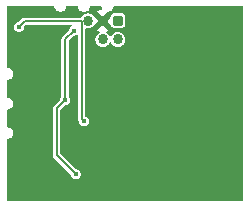
<source format=gbl>
%TF.GenerationSoftware,KiCad,Pcbnew,9.0.0*%
%TF.CreationDate,2025-09-23T13:08:56+01:00*%
%TF.ProjectId,ASCII_gerbersockets_test,41534349-495f-4676-9572-626572736f63,v0.3*%
%TF.SameCoordinates,PX501bd00PY47868c0*%
%TF.FileFunction,Copper,L2,Bot*%
%TF.FilePolarity,Positive*%
%FSLAX46Y46*%
G04 Gerber Fmt 4.6, Leading zero omitted, Abs format (unit mm)*
G04 Created by KiCad (PCBNEW 9.0.0) date 2025-09-23 13:08:56*
%MOMM*%
%LPD*%
G01*
G04 APERTURE LIST*
G04 Aperture macros list*
%AMRoundRect*
0 Rectangle with rounded corners*
0 $1 Rounding radius*
0 $2 $3 $4 $5 $6 $7 $8 $9 X,Y pos of 4 corners*
0 Add a 4 corners polygon primitive as box body*
4,1,4,$2,$3,$4,$5,$6,$7,$8,$9,$2,$3,0*
0 Add four circle primitives for the rounded corners*
1,1,$1+$1,$2,$3*
1,1,$1+$1,$4,$5*
1,1,$1+$1,$6,$7*
1,1,$1+$1,$8,$9*
0 Add four rect primitives between the rounded corners*
20,1,$1+$1,$2,$3,$4,$5,0*
20,1,$1+$1,$4,$5,$6,$7,0*
20,1,$1+$1,$6,$7,$8,$9,0*
20,1,$1+$1,$8,$9,$2,$3,0*%
G04 Aperture macros list end*
%TA.AperFunction,ComponentPad*%
%ADD10RoundRect,0.172720X-0.259080X-0.259080X0.259080X-0.259080X0.259080X0.259080X-0.259080X0.259080X0*%
%TD*%
%TA.AperFunction,ComponentPad*%
%ADD11C,0.863600*%
%TD*%
%TA.AperFunction,ViaPad*%
%ADD12C,0.450000*%
%TD*%
%TA.AperFunction,Conductor*%
%ADD13C,0.200000*%
%TD*%
G04 APERTURE END LIST*
D10*
%TO.P,J1,1,Vcc*%
%TO.N,+3V3*%
X3875000Y7000000D03*
D11*
%TO.P,J1,2,SWDIO*%
%TO.N,/SWDIO*%
X3875000Y5425200D03*
%TO.P,J1,3,GND*%
%TO.N,GND*%
X2605000Y7000000D03*
%TO.P,J1,4,SWDCLK*%
%TO.N,/SWCLK*%
X2605000Y5425200D03*
%TO.P,J1,5,~{RESET}*%
%TO.N,/nRESET*%
X1335000Y7000000D03*
%TD*%
D12*
%TO.N,GND*%
X-4000000Y2000000D03*
X2500000Y-4500000D03*
X-4000000Y-5750000D03*
X2250000Y-6750000D03*
X-4000000Y-2000000D03*
%TO.N,+3V3*%
X-600000Y300000D03*
X125000Y6158000D03*
X300000Y-6000000D03*
%TO.N,/nRESET*%
X1000000Y-1500000D03*
X-4500000Y6500000D03*
%TD*%
D13*
%TO.N,+3V3*%
X-1300000Y-4400000D02*
X-1300000Y-400000D01*
X-600000Y5433000D02*
X125000Y6158000D01*
X-1300000Y-400000D02*
X-600000Y300000D01*
X300000Y-6000000D02*
X-1300000Y-4400000D01*
X-600000Y300000D02*
X-600000Y5433000D01*
%TO.N,/nRESET*%
X830000Y-1330000D02*
X1000000Y-1500000D01*
X-4026100Y6973900D02*
X830000Y6973900D01*
X-4500000Y6500000D02*
X-4026100Y6973900D01*
X830000Y6973900D02*
X830000Y-1330000D01*
%TD*%
%TA.AperFunction,Conductor*%
%TO.N,GND*%
G36*
X-1516818Y8227826D02*
G01*
X-1497777Y8189208D01*
X-1496977Y8189422D01*
X-1495900Y8185403D01*
X-1495776Y8185151D01*
X-1495722Y8184737D01*
X-1461940Y8058658D01*
X-1396677Y7945619D01*
X-1304381Y7853323D01*
X-1191342Y7788060D01*
X-1065263Y7754278D01*
X-1065262Y7754278D01*
X-934738Y7754278D01*
X-934737Y7754278D01*
X-808658Y7788060D01*
X-695619Y7853323D01*
X-603323Y7945619D01*
X-538060Y8058658D01*
X-504278Y8184737D01*
X-504278Y8184745D01*
X-504224Y8185151D01*
X-504119Y8185335D01*
X-503023Y8189422D01*
X-501929Y8189129D01*
X-475910Y8234204D01*
X-430856Y8249500D01*
X430856Y8249500D01*
X483182Y8227826D01*
X502223Y8189208D01*
X503023Y8189422D01*
X504100Y8185403D01*
X504224Y8185151D01*
X504278Y8184737D01*
X538060Y8058658D01*
X603323Y7945619D01*
X695619Y7853323D01*
X808658Y7788060D01*
X934737Y7754278D01*
X934738Y7754278D01*
X1065262Y7754278D01*
X1065263Y7754278D01*
X1191342Y7788060D01*
X1304381Y7853323D01*
X1396677Y7945619D01*
X1461940Y8058658D01*
X1495722Y8184737D01*
X1495722Y8184745D01*
X1495776Y8185151D01*
X1495881Y8185335D01*
X1496977Y8189422D01*
X1498071Y8189129D01*
X1524090Y8234204D01*
X1569144Y8249500D01*
X2430856Y8249500D01*
X2483182Y8227826D01*
X2502223Y8189208D01*
X2503023Y8189422D01*
X2504100Y8185403D01*
X2504224Y8185151D01*
X2504278Y8184737D01*
X2538060Y8058658D01*
X2538062Y8058654D01*
X2549565Y8038730D01*
X2556957Y7982578D01*
X2522478Y7937645D01*
X2499916Y7929153D01*
X2333209Y7895994D01*
X2333203Y7895992D01*
X2163625Y7825750D01*
X2145148Y7813406D01*
X2605000Y7353554D01*
X2984051Y7732604D01*
X3036377Y7754278D01*
X3065262Y7754278D01*
X3065263Y7754278D01*
X3191342Y7788060D01*
X3304381Y7853323D01*
X3396677Y7945619D01*
X3461940Y8058658D01*
X3495722Y8184737D01*
X3495722Y8184745D01*
X3495776Y8185151D01*
X3495881Y8185335D01*
X3496977Y8189422D01*
X3498071Y8189129D01*
X3524090Y8234204D01*
X3569144Y8249500D01*
X14425500Y8249500D01*
X14477826Y8227826D01*
X14499500Y8175500D01*
X14499500Y-8175500D01*
X14477826Y-8227826D01*
X14425500Y-8249500D01*
X-5425500Y-8249500D01*
X-5477826Y-8227826D01*
X-5499500Y-8175500D01*
X-5499500Y-3069144D01*
X-5477826Y-3016818D01*
X-5439208Y-2997776D01*
X-5439422Y-2996977D01*
X-5435403Y-2995899D01*
X-5435151Y-2995776D01*
X-5434745Y-2995722D01*
X-5434737Y-2995722D01*
X-5308658Y-2961940D01*
X-5195619Y-2896677D01*
X-5103323Y-2804381D01*
X-5038060Y-2691342D01*
X-5004278Y-2565263D01*
X-5004278Y-2434737D01*
X-5038060Y-2308658D01*
X-5103323Y-2195619D01*
X-5195619Y-2103323D01*
X-5308658Y-2038060D01*
X-5434737Y-2004278D01*
X-5434744Y-2004276D01*
X-5435165Y-2004221D01*
X-5435351Y-2004113D01*
X-5439422Y-2003023D01*
X-5439130Y-2001931D01*
X-5484212Y-1975898D01*
X-5499500Y-1930855D01*
X-5499500Y-569144D01*
X-5477826Y-516818D01*
X-5439208Y-497776D01*
X-5439422Y-496977D01*
X-5435403Y-495899D01*
X-5435151Y-495776D01*
X-5434745Y-495722D01*
X-5434737Y-495722D01*
X-5308658Y-461940D01*
X-5195619Y-396677D01*
X-5103323Y-304381D01*
X-5038060Y-191342D01*
X-5004278Y-65263D01*
X-5004278Y65263D01*
X-5038060Y191342D01*
X-5103323Y304381D01*
X-5195619Y396677D01*
X-5308658Y461940D01*
X-5434737Y495722D01*
X-5434744Y495724D01*
X-5435165Y495779D01*
X-5435351Y495887D01*
X-5439422Y496977D01*
X-5439130Y498069D01*
X-5484212Y524102D01*
X-5499500Y569145D01*
X-5499500Y1930856D01*
X-5477826Y1983182D01*
X-5439208Y2002224D01*
X-5439422Y2003023D01*
X-5435403Y2004101D01*
X-5435151Y2004224D01*
X-5434745Y2004278D01*
X-5434737Y2004278D01*
X-5308658Y2038060D01*
X-5195619Y2103323D01*
X-5103323Y2195619D01*
X-5038060Y2308658D01*
X-5004278Y2434737D01*
X-5004278Y2565263D01*
X-5038060Y2691342D01*
X-5103323Y2804381D01*
X-5195619Y2896677D01*
X-5308658Y2961940D01*
X-5434737Y2995722D01*
X-5434744Y2995724D01*
X-5435165Y2995779D01*
X-5435351Y2995887D01*
X-5439422Y2996977D01*
X-5439130Y2998069D01*
X-5484212Y3024102D01*
X-5499500Y3069145D01*
X-5499500Y6556021D01*
X-4925500Y6556021D01*
X-4925500Y6443980D01*
X-4896505Y6335768D01*
X-4896501Y6335759D01*
X-4879216Y6305821D01*
X-4840485Y6238737D01*
X-4761263Y6159515D01*
X-4664237Y6103497D01*
X-4556021Y6074501D01*
X-4556020Y6074500D01*
X-4556018Y6074500D01*
X-4443980Y6074500D01*
X-4443980Y6074501D01*
X-4335763Y6103497D01*
X-4238737Y6159515D01*
X-4159515Y6238737D01*
X-4103497Y6335763D01*
X-4074501Y6443980D01*
X-4074500Y6443980D01*
X-4074500Y6469877D01*
X-4052826Y6522203D01*
X-3923303Y6651726D01*
X-3870977Y6673400D01*
X-109473Y6673400D01*
X-57147Y6651726D01*
X-35473Y6599400D01*
X-57147Y6547074D01*
X-72473Y6535314D01*
X-136264Y6498485D01*
X-215485Y6419264D01*
X-271501Y6322242D01*
X-271505Y6322233D01*
X-300500Y6214021D01*
X-300500Y6188123D01*
X-322174Y6135797D01*
X-840460Y5617512D01*
X-880021Y5548991D01*
X-880023Y5548986D01*
X-900500Y5472565D01*
X-900500Y631900D01*
X-922174Y579574D01*
X-940485Y561264D01*
X-996501Y464242D01*
X-996505Y464233D01*
X-1025500Y356021D01*
X-1025500Y330123D01*
X-1047174Y277797D01*
X-1540460Y-215488D01*
X-1580021Y-284009D01*
X-1580023Y-284014D01*
X-1600500Y-360435D01*
X-1600500Y-4439564D01*
X-1580023Y-4515985D01*
X-1580021Y-4515990D01*
X-1540460Y-4584511D01*
X-147174Y-5977797D01*
X-125500Y-6030123D01*
X-125500Y-6056020D01*
X-96505Y-6164232D01*
X-96504Y-6164235D01*
X-96503Y-6164237D01*
X-40485Y-6261263D01*
X38737Y-6340485D01*
X135763Y-6396503D01*
X243979Y-6425499D01*
X243980Y-6425500D01*
X243982Y-6425500D01*
X356020Y-6425500D01*
X356020Y-6425499D01*
X464237Y-6396503D01*
X561263Y-6340485D01*
X640485Y-6261263D01*
X696503Y-6164237D01*
X725499Y-6056020D01*
X725500Y-6056020D01*
X725500Y-5943980D01*
X725499Y-5943979D01*
X696504Y-5835767D01*
X696503Y-5835763D01*
X640485Y-5738737D01*
X561263Y-5659515D01*
X464241Y-5603499D01*
X464232Y-5603495D01*
X356020Y-5574500D01*
X356018Y-5574500D01*
X330123Y-5574500D01*
X277797Y-5552826D01*
X-977826Y-4297203D01*
X-999500Y-4244877D01*
X-999500Y-555123D01*
X-977826Y-502797D01*
X-622203Y-147174D01*
X-569877Y-125500D01*
X-543980Y-125500D01*
X-543980Y-125499D01*
X-435763Y-96503D01*
X-338737Y-40485D01*
X-259515Y38737D01*
X-203497Y135763D01*
X-174501Y243980D01*
X-174500Y243980D01*
X-174500Y356020D01*
X-174501Y356021D01*
X-185395Y396677D01*
X-203497Y464237D01*
X-259515Y561263D01*
X-277826Y579574D01*
X-299500Y631900D01*
X-299500Y5277877D01*
X-277826Y5330203D01*
X102797Y5710826D01*
X155123Y5732500D01*
X181020Y5732500D01*
X181020Y5732501D01*
X289237Y5761497D01*
X386263Y5817515D01*
X403174Y5834426D01*
X455500Y5856100D01*
X507826Y5834426D01*
X529500Y5782100D01*
X529500Y-1369564D01*
X549977Y-1445985D01*
X549980Y-1445992D01*
X564585Y-1471287D01*
X574500Y-1508288D01*
X574500Y-1556020D01*
X603495Y-1664232D01*
X603496Y-1664235D01*
X603497Y-1664237D01*
X659515Y-1761263D01*
X738737Y-1840485D01*
X835763Y-1896503D01*
X943979Y-1925499D01*
X943980Y-1925500D01*
X943982Y-1925500D01*
X1056020Y-1925500D01*
X1056020Y-1925499D01*
X1164237Y-1896503D01*
X1261263Y-1840485D01*
X1340485Y-1761263D01*
X1396503Y-1664237D01*
X1425499Y-1556020D01*
X1425500Y-1556020D01*
X1425500Y-1443980D01*
X1425499Y-1443979D01*
X1396504Y-1335767D01*
X1396503Y-1335763D01*
X1340485Y-1238737D01*
X1261263Y-1159515D01*
X1207685Y-1128582D01*
X1167499Y-1105380D01*
X1133021Y-1060446D01*
X1130500Y-1041294D01*
X1130500Y5487476D01*
X1972700Y5487476D01*
X1972700Y5362925D01*
X1996997Y5240772D01*
X1997000Y5240761D01*
X2044661Y5125697D01*
X2044662Y5125695D01*
X2044663Y5125694D01*
X2113861Y5022133D01*
X2201933Y4934061D01*
X2305494Y4864863D01*
X2420565Y4817199D01*
X2542724Y4792900D01*
X2542725Y4792900D01*
X2667275Y4792900D01*
X2667276Y4792900D01*
X2789435Y4817199D01*
X2904506Y4864863D01*
X3008067Y4934061D01*
X3096139Y5022133D01*
X3165337Y5125694D01*
X3171633Y5140895D01*
X3211680Y5180943D01*
X3268317Y5180944D01*
X3308365Y5140898D01*
X3314663Y5125694D01*
X3383861Y5022133D01*
X3471933Y4934061D01*
X3575494Y4864863D01*
X3690565Y4817199D01*
X3812724Y4792900D01*
X3812725Y4792900D01*
X3937275Y4792900D01*
X3937276Y4792900D01*
X4059435Y4817199D01*
X4174506Y4864863D01*
X4278067Y4934061D01*
X4366139Y5022133D01*
X4435337Y5125694D01*
X4483001Y5240765D01*
X4507300Y5362924D01*
X4507300Y5487476D01*
X4483001Y5609635D01*
X4479738Y5617512D01*
X4435338Y5724704D01*
X4366141Y5828264D01*
X4366139Y5828267D01*
X4278067Y5916339D01*
X4174506Y5985537D01*
X4174505Y5985538D01*
X4174503Y5985539D01*
X4059439Y6033200D01*
X4059428Y6033203D01*
X3967401Y6051508D01*
X3937276Y6057500D01*
X3812724Y6057500D01*
X3788558Y6052694D01*
X3690571Y6033203D01*
X3690560Y6033200D01*
X3575496Y5985539D01*
X3471936Y5916342D01*
X3383858Y5828264D01*
X3314662Y5724706D01*
X3308367Y5709506D01*
X3268318Y5669458D01*
X3211681Y5669458D01*
X3171633Y5709506D01*
X3165337Y5724706D01*
X3096141Y5828264D01*
X3096139Y5828267D01*
X3008067Y5916339D01*
X2904506Y5985537D01*
X2904505Y5985538D01*
X2901484Y5987556D01*
X2902350Y5988853D01*
X2869586Y6028784D01*
X2875143Y6085148D01*
X2912084Y6118625D01*
X3046371Y6174249D01*
X3064850Y6186596D01*
X3064850Y6186597D01*
X2605000Y6646447D01*
X2145148Y6186596D01*
X2145148Y6186595D01*
X2163625Y6174250D01*
X2297915Y6118625D01*
X2337964Y6078577D01*
X2337964Y6021940D01*
X2307791Y5988641D01*
X2308516Y5987556D01*
X2201936Y5916342D01*
X2113858Y5828264D01*
X2044661Y5724704D01*
X1997000Y5609640D01*
X1996997Y5609629D01*
X1972700Y5487476D01*
X1130500Y5487476D01*
X1130500Y6305821D01*
X1152174Y6358147D01*
X1204500Y6379821D01*
X1218936Y6378399D01*
X1219585Y6378270D01*
X1272724Y6367700D01*
X1272725Y6367700D01*
X1397275Y6367700D01*
X1397276Y6367700D01*
X1519435Y6391999D01*
X1634506Y6439663D01*
X1738067Y6508861D01*
X1746599Y6517394D01*
X1784568Y6533123D01*
X2251446Y7000000D01*
X2251446Y7000001D01*
X2214663Y7036784D01*
X2325600Y7036784D01*
X2325600Y6963216D01*
X2344641Y6892156D01*
X2381424Y6828444D01*
X2433444Y6776424D01*
X2497156Y6739641D01*
X2568216Y6720600D01*
X2641784Y6720600D01*
X2712844Y6739641D01*
X2776556Y6776424D01*
X2828576Y6828444D01*
X2865359Y6892156D01*
X2884400Y6963216D01*
X2884400Y7000001D01*
X2958553Y7000001D01*
X3223572Y6734982D01*
X3244473Y6693326D01*
X3253269Y6632953D01*
X3301003Y6535314D01*
X3307975Y6521052D01*
X3396052Y6432975D01*
X3507954Y6378269D01*
X3580496Y6367700D01*
X3580502Y6367700D01*
X4169498Y6367700D01*
X4169504Y6367700D01*
X4242046Y6378269D01*
X4353948Y6432975D01*
X4442025Y6521052D01*
X4496731Y6632954D01*
X4507300Y6705496D01*
X4507300Y7294504D01*
X4496731Y7367046D01*
X4442025Y7478948D01*
X4353948Y7567025D01*
X4242046Y7621731D01*
X4169508Y7632300D01*
X4169504Y7632300D01*
X3580496Y7632300D01*
X3580491Y7632300D01*
X3507953Y7621731D01*
X3396051Y7567025D01*
X3307975Y7478949D01*
X3253269Y7367048D01*
X3244473Y7306676D01*
X3223572Y7265020D01*
X2958553Y7000001D01*
X2884400Y7000001D01*
X2884400Y7036784D01*
X2865359Y7107844D01*
X2828576Y7171556D01*
X2776556Y7223576D01*
X2712844Y7260359D01*
X2641784Y7279400D01*
X2568216Y7279400D01*
X2497156Y7260359D01*
X2433444Y7223576D01*
X2381424Y7171556D01*
X2344641Y7107844D01*
X2325600Y7036784D01*
X2214663Y7036784D01*
X1783182Y7468265D01*
X1751978Y7477731D01*
X1746608Y7482598D01*
X1738067Y7491139D01*
X1634506Y7560337D01*
X1634505Y7560338D01*
X1634503Y7560339D01*
X1519439Y7608000D01*
X1519428Y7608003D01*
X1427401Y7626308D01*
X1397276Y7632300D01*
X1272724Y7632300D01*
X1248558Y7627494D01*
X1150571Y7608003D01*
X1150560Y7608000D01*
X1035496Y7560339D01*
X931936Y7491142D01*
X843858Y7403064D01*
X779863Y7307288D01*
X732770Y7275822D01*
X718334Y7274400D01*
X-4065664Y7274400D01*
X-4142086Y7253923D01*
X-4142091Y7253921D01*
X-4210612Y7214360D01*
X-4477797Y6947174D01*
X-4530123Y6925500D01*
X-4556020Y6925500D01*
X-4664233Y6896505D01*
X-4664242Y6896501D01*
X-4761264Y6840485D01*
X-4840485Y6761264D01*
X-4896501Y6664242D01*
X-4896505Y6664233D01*
X-4925500Y6556021D01*
X-5499500Y6556021D01*
X-5499500Y8175500D01*
X-5477826Y8227826D01*
X-5425500Y8249500D01*
X-1569144Y8249500D01*
X-1516818Y8227826D01*
G37*
%TD.AperFunction*%
%TD*%
M02*

</source>
